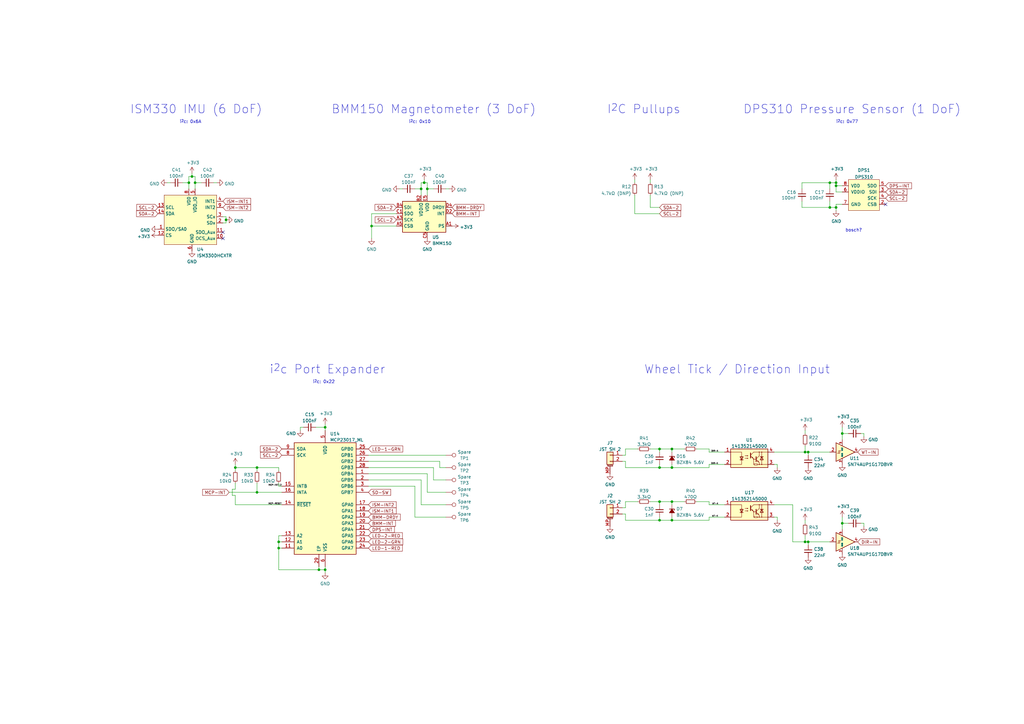
<source format=kicad_sch>
(kicad_sch (version 20211123) (generator eeschema)
  (paper "A3")
  (lib_symbols
    (symbol "Connector:TestPoint" (pin_numbers hide) (pin_names (offset 0.762) hide)
      (property "Reference" "TP" (at 0 6.858 0))
      (property "Value" "TestPoint" (at 0 5.08 0))
      (symbol "TestPoint_0_1"
        (circle (center 0 3.302) (radius 0.762))
      )
      (symbol "TestPoint_1_1"
        (pin passive line (at 0 0 90) (length 2.54) (name "1") (number "1"))
      )
    )
    (symbol "Connector_Generic_MountingPin:Conn_01x02_MountingPin" (pin_names (offset 1.016) hide)
      (property "Reference" "J" (at 0 2.54 0))
      (property "Value" "Conn_01x02_MountingPin" (at 1.27 -5.08 0))
      (symbol "Conn_01x02_MountingPin_1_1"
        (rectangle (start -1.27 -2.413) (end 0 -2.667) (stroke (width 0.1524)))
        (rectangle (start -1.27 0.127) (end 0 -0.127) (stroke (width 0.1524)))
        (rectangle (start -1.27 1.27) (end 1.27 -3.81) (stroke (width 0.254)) (fill (type background)))
        (polyline (pts (xy -1.016 -4.572) (xy 1.016 -4.572)) (stroke (width 0.1524)))
        (text "Mounting" (at 0 -4.191 0) (effects (font (size 0.381 0.381))))
        (pin passive line (at -5.08 0 0) (length 3.81) (name "Pin_1") (number "1"))
        (pin passive line (at -5.08 -2.54 0) (length 3.81) (name "Pin_2") (number "2"))
        (pin passive line (at 0 -7.62 90) (length 3.048) (name "MountPin") (number "MP"))
      )
    )
    (symbol "Device:C_Small" (pin_numbers hide) (pin_names (offset 0.254) hide)
      (property "Reference" "C" (at 0.254 1.778 0))
      (property "Value" "C_Small" (at 0.254 -2.032 0))
      (symbol "C_Small_0_1"
        (polyline (pts (xy -1.524 -0.508) (xy 1.524 -0.508)) (stroke (width 0.3302)))
        (polyline (pts (xy -1.524 0.508) (xy 1.524 0.508)) (stroke (width 0.3048)))
      )
      (symbol "C_Small_1_1"
        (pin passive line (at 0 2.54 270) (length 2.032) (name "~") (number "1"))
        (pin passive line (at 0 -2.54 90) (length 2.032) (name "~") (number "2"))
      )
    )
    (symbol "Device:R_Small" (pin_numbers hide) (pin_names (offset 0.254) hide)
      (property "Reference" "R" (at 0.762 0.508 0))
      (property "Value" "R_Small" (at 0.762 -1.016 0))
      (symbol "R_Small_0_1"
        (rectangle (start -0.762 1.778) (end 0.762 -1.778) (stroke (width 0.2032)))
      )
      (symbol "R_Small_1_1"
        (pin passive line (at 0 2.54 270) (length 0.762) (name "~") (number "1"))
        (pin passive line (at 0 -2.54 90) (length 0.762) (name "~") (number "2"))
      )
    )
    (symbol "Franz-Lib:141352145000" (pin_names (offset 1.016))
      (property "Reference" "U" (at -7.62 5.08 0))
      (property "Value" "141352145000" (at 0 5.08 0))
      (symbol "141352145000_0_0"
        (polyline (pts (xy 4.064 -2.54) (xy 3.302 -2.54)))
        (polyline (pts (xy 1.778 -0.254) (xy 1.778 -2.54) (xy 2.032 -2.54)))
        (rectangle (start 2.032 -2.286) (end 3.302 -2.794))
      )
      (symbol "141352145000_0_1"
        (rectangle (start -7.62 3.81) (end 7.62 -3.81) (stroke (width 0.254)) (fill (type background)))
        (polyline (pts (xy -3.81 -0.635) (xy -2.54 -0.635)) (stroke (width 0.254)))
        (polyline (pts (xy 0.508 1.016) (xy 1.778 -0.254)))
        (polyline (pts (xy 0.508 1.27) (xy 1.778 2.54)))
        (polyline (pts (xy 0.508 2.159) (xy 0.508 0.127)) (stroke (width 0.3556)))
        (polyline (pts (xy 1.778 2.54) (xy 7.62 2.54)))
        (polyline (pts (xy 2.794 -0.508) (xy 4.064 -1.778)))
        (polyline (pts (xy 2.794 -0.381) (xy 1.778 -0.381)))
        (polyline (pts (xy 2.794 -0.254) (xy 4.064 1.016)))
        (polyline (pts (xy 4.064 -2.54) (xy 7.62 -2.54)))
        (polyline (pts (xy 4.064 -1.778) (xy 4.064 -2.54)))
        (polyline (pts (xy 4.064 1.016) (xy 4.064 2.54)))
        (polyline (pts (xy 4.445 0.635) (xy 5.715 0.635)) (stroke (width 0.254)))
        (polyline (pts (xy 5.08 0.635) (xy 5.08 2.54)))
        (polyline (pts (xy 5.08 0.762) (xy 5.08 -2.54)))
        (polyline (pts (xy -7.62 2.54) (xy -3.175 2.54) (xy -3.175 0.635)))
        (polyline (pts (xy -3.175 0.889) (xy -3.175 -2.54) (xy -7.62 -2.54)))
        (polyline (pts (xy 2.794 0.635) (xy 2.794 -1.397) (xy 2.794 -1.397)) (stroke (width 0.3556)))
        (polyline (pts (xy -3.175 -0.635) (xy -3.81 0.635) (xy -2.54 0.635) (xy -3.175 -0.635)) (stroke (width 0.254)))
        (polyline (pts (xy 1.524 0) (xy 1.27 0.508) (xy 1.016 0.254) (xy 1.524 0)))
        (polyline (pts (xy 3.81 -1.524) (xy 3.556 -1.016) (xy 3.302 -1.27) (xy 3.81 -1.524)))
        (polyline (pts (xy 5.08 0.635) (xy 4.445 -0.635) (xy 5.715 -0.635) (xy 5.08 0.635)) (stroke (width 0.254)))
        (polyline (pts (xy -1.778 0) (xy -0.508 0) (xy -0.889 -0.127) (xy -0.889 0.127) (xy -0.508 0)))
        (polyline (pts (xy -1.778 1.016) (xy -0.508 1.016) (xy -0.889 0.889) (xy -0.889 1.143) (xy -0.508 1.016)))
        (circle (center 1.778 -0.381) (radius 0.127))
        (circle (center 4.064 -2.54) (radius 0.127))
        (circle (center 4.064 2.54) (radius 0.127))
        (circle (center 5.08 -2.54) (radius 0.127))
        (circle (center 5.08 2.54) (radius 0.127))
      )
      (symbol "141352145000_1_1"
        (pin passive line (at -10.16 2.54 0) (length 2.54) (name "~") (number "1"))
        (pin passive line (at -10.16 -2.54 0) (length 2.54) (name "~") (number "2"))
        (pin passive line (at 10.16 -2.54 180) (length 2.54) (name "~") (number "3"))
        (pin passive line (at 10.16 2.54 180) (length 2.54) (name "~") (number "4"))
      )
    )
    (symbol "Franz-Lib:DPS310" (pin_names (offset 1.016))
      (property "Reference" "DPS" (at 0 7.62 0))
      (property "Value" "DPS310" (at 0 -7.62 0))
      (symbol "DPS310_0_1"
        (rectangle (start -6.35 6.35) (end 6.35 -6.35) (fill (type background)))
      )
      (symbol "DPS310_1_1"
        (pin power_in line (at -8.89 -3.81 0) (length 2.54) hide (name "GND") (number "1"))
        (pin input line (at 8.89 -3.81 180) (length 2.54) (name "CSB") (number "2"))
        (pin input line (at 8.89 1.27 180) (length 2.54) (name "SDI") (number "3"))
        (pin input line (at 8.89 -1.27 180) (length 2.54) (name "SCK") (number "4"))
        (pin output line (at 8.89 3.81 180) (length 2.54) (name "SDO") (number "5"))
        (pin power_in line (at -8.89 1.27 0) (length 2.54) (name "VDDIO") (number "6"))
        (pin power_in line (at -8.89 -3.81 0) (length 2.54) (name "GND") (number "7"))
        (pin power_in line (at -8.89 3.81 0) (length 2.54) (name "VDD") (number "8"))
      )
    )
    (symbol "Franz-Lib:D_Zener_Small_Filled_SOT23" (pin_numbers hide) (pin_names (offset 0.254) hide)
      (property "Reference" "D" (at 0 2.286 0))
      (property "Value" "D_Zener_Small_Filled_SOT23" (at 0 -2.286 0))
      (symbol "D_Zener_Small_Filled_SOT23_0_1"
        (polyline (pts (xy 0.762 0) (xy -0.762 0)))
        (polyline (pts (xy -0.254 1.016) (xy -0.762 1.016) (xy -0.762 -1.016)) (stroke (width 0.254)))
        (polyline (pts (xy 0.762 1.016) (xy -0.762 0) (xy 0.762 -1.016) (xy 0.762 1.016)) (stroke (width 0.254)) (fill (type outline)))
      )
      (symbol "D_Zener_Small_Filled_SOT23_1_1"
        (pin passive line (at 2.54 0 180) (length 1.778) (name "A") (number "1"))
        (pin no_connect line (at -1.27 0 0) (length 1.778) hide (name "NC") (number "2"))
        (pin passive line (at -2.54 0 0) (length 1.778) (name "K") (number "3"))
      )
    )
    (symbol "Franz-Lib:ISM330DHCXTR"
      (property "Reference" "U" (at 0 17.78 0))
      (property "Value" "ISM330DHCXTR" (at 0 15.24 0))
      (symbol "ISM330DHCXTR_0_1"
        (rectangle (start -11.43 10.16) (end 10.16 -10.16) (stroke (width 0.1524)) (fill (type background)))
      )
      (symbol "ISM330DHCXTR_1_1"
        (pin input line (at -13.97 -3.81 0) (length 2.54) (name "SDO/SA0") (number "1"))
        (pin input line (at 12.7 -7.62 180) (length 2.54) (name "OCS_Aux") (number "10"))
        (pin input line (at 12.7 -5.08 180) (length 2.54) (name "SDO_Aux") (number "11"))
        (pin input line (at -13.97 -6.35 0) (length 2.54) (name "CS") (number "12"))
        (pin input line (at -13.97 5.08 0) (length 2.54) (name "SCL") (number "13"))
        (pin input line (at -13.97 2.54 0) (length 2.54) (name "SDA") (number "14"))
        (pin input line (at 12.7 -1.27 180) (length 2.54) (name "SDx") (number "2"))
        (pin input line (at 12.7 1.27 180) (length 2.54) (name "SCx") (number "3"))
        (pin input line (at 12.7 7.62 180) (length 2.54) (name "INT1") (number "4"))
        (pin input line (at 1.27 12.7 270) (length 2.54) (name "VDD_IO") (number "5"))
        (pin input line (at 0 -12.7 90) (length 2.54) (name "GND") (number "6"))
        (pin input line (at 0 -12.7 90) (length 2.54) hide (name "GND") (number "7"))
        (pin input line (at -1.27 12.7 270) (length 2.54) (name "VDD") (number "8"))
        (pin input line (at 12.7 5.08 180) (length 2.54) (name "INT2") (number "9"))
      )
    )
    (symbol "Franz-Lib:SN74AUP1G17DBVR"
      (property "Reference" "U" (at -2.54 5.08 0))
      (property "Value" "SN74AUP1G17DBVR" (at 10.16 5.08 0))
      (symbol "SN74AUP1G17DBVR_0_1"
        (polyline (pts (xy -1.016 0.508) (xy -0.508 0.508)))
        (polyline (pts (xy -2.54 3.81) (xy -2.54 -3.81) (xy 5.207 0) (xy -2.54 3.81)) (stroke (width 0.254)) (fill (type background)))
        (polyline (pts (xy -1.524 -0.508) (xy -1.524 0.508) (xy -1.016 0.508) (xy -1.016 -0.508) (xy -2.032 -0.508)))
      )
      (symbol "SN74AUP1G17DBVR_1_1"
        (pin no_connect line (at 5.08 0 180) (length 2.54) hide (name "NC") (number "1"))
        (pin input line (at -5.08 0 0) (length 2.54) (name "~") (number "2"))
        (pin power_in line (at 0 -5.08 90) (length 2.54) (name "GND") (number "3"))
        (pin output line (at 6.35 0 180) (length 1.27) (name "~") (number "4"))
        (pin power_in line (at 0 5.08 270) (length 2.54) (name "VCC") (number "5"))
      )
    )
    (symbol "Interface_Expansion:MCP23017_ML" (pin_names (offset 1.016))
      (property "Reference" "U" (at -11.43 24.13 0))
      (property "Value" "MCP23017_ML" (at 0 0 0))
      (symbol "MCP23017_ML_0_1"
        (rectangle (start -12.7 22.86) (end 12.7 -22.86) (stroke (width 0.254)) (fill (type background)))
      )
      (symbol "MCP23017_ML_1_1"
        (pin bidirectional line (at 17.78 10.16 180) (length 5.08) (name "GPB4") (number "1"))
        (pin no_connect line (at -12.7 12.7 0) (length 5.08) hide (name "NC") (number "10"))
        (pin input line (at -17.78 -20.32 0) (length 5.08) (name "A0") (number "11"))
        (pin input line (at -17.78 -17.78 0) (length 5.08) (name "A1") (number "12"))
        (pin input line (at -17.78 -15.24 0) (length 5.08) (name "A2") (number "13"))
        (pin input line (at -17.78 -2.54 0) (length 5.08) (name "~{RESET}") (number "14"))
        (pin tri_state line (at -17.78 5.08 0) (length 5.08) (name "INTB") (number "15"))
        (pin tri_state line (at -17.78 2.54 0) (length 5.08) (name "INTA") (number "16"))
        (pin bidirectional line (at 17.78 -2.54 180) (length 5.08) (name "GPA0") (number "17"))
        (pin bidirectional line (at 17.78 -5.08 180) (length 5.08) (name "GPA1") (number "18"))
        (pin bidirectional line (at 17.78 -7.62 180) (length 5.08) (name "GPA2") (number "19"))
        (pin bidirectional line (at 17.78 7.62 180) (length 5.08) (name "GPB5") (number "2"))
        (pin bidirectional line (at 17.78 -10.16 180) (length 5.08) (name "GPA3") (number "20"))
        (pin bidirectional line (at 17.78 -12.7 180) (length 5.08) (name "GPA4") (number "21"))
        (pin bidirectional line (at 17.78 -15.24 180) (length 5.08) (name "GPA5") (number "22"))
        (pin bidirectional line (at 17.78 -17.78 180) (length 5.08) (name "GPA6") (number "23"))
        (pin bidirectional line (at 17.78 -20.32 180) (length 5.08) (name "GPA7") (number "24"))
        (pin bidirectional line (at 17.78 20.32 180) (length 5.08) (name "GPB0") (number "25"))
        (pin bidirectional line (at 17.78 17.78 180) (length 5.08) (name "GPB1") (number "26"))
        (pin bidirectional line (at 17.78 15.24 180) (length 5.08) (name "GPB2") (number "27"))
        (pin bidirectional line (at 17.78 12.7 180) (length 5.08) (name "GPB3") (number "28"))
        (pin passive line (at -2.54 -27.94 90) (length 5.08) (name "EP") (number "29"))
        (pin bidirectional line (at 17.78 5.08 180) (length 5.08) (name "GPB6") (number "3"))
        (pin bidirectional line (at 17.78 2.54 180) (length 5.08) (name "GPB7") (number "4"))
        (pin power_in line (at 0 27.94 270) (length 5.08) (name "VDD") (number "5"))
        (pin power_in line (at 0 -27.94 90) (length 5.08) (name "VSS") (number "6"))
        (pin no_connect line (at -12.7 15.24 0) (length 5.08) hide (name "NC") (number "7"))
        (pin input line (at -17.78 17.78 0) (length 5.08) (name "SCK") (number "8"))
        (pin bidirectional line (at -17.78 20.32 0) (length 5.08) (name "SDA") (number "9"))
      )
    )
    (symbol "Sensor_Magnetic:BMM150"
      (property "Reference" "U" (at -10.16 6.35 0))
      (property "Value" "BMM150" (at 7.62 6.35 0))
      (symbol "BMM150_0_1"
        (rectangle (start -10.16 5.08) (end 7.62 -7.62) (stroke (width 0.254)) (fill (type background)))
      )
      (symbol "BMM150_1_1"
        (pin input line (at 10.16 -5.08 180) (length 2.54) (name "PS") (number "A1"))
        (pin bidirectional line (at -12.7 -2.54 0) (length 2.54) (name "SCK") (number "A3"))
        (pin input line (at -12.7 -5.08 0) (length 2.54) (name "CSB") (number "A5"))
        (pin power_in line (at -2.54 7.62 270) (length 2.54) (name "VDDIO") (number "B2"))
        (pin bidirectional line (at -12.7 2.54 0) (length 2.54) (name "SDI") (number "B4"))
        (pin bidirectional line (at -12.7 0 0) (length 2.54) (name "SDO") (number "C1"))
        (pin power_in line (at 0 -10.16 90) (length 2.54) (name "GND") (number "C5"))
        (pin output line (at 10.16 0 180) (length 2.54) (name "INT") (number "D2"))
        (pin output line (at 10.16 2.54 180) (length 2.54) (name "DRDY") (number "D4"))
        (pin passive line (at 0 -10.16 90) (length 2.54) hide (name "GND") (number "E1"))
        (pin passive line (at 0 -10.16 90) (length 2.54) hide (name "GND") (number "E3"))
        (pin power_in line (at 0 7.62 270) (length 2.54) (name "VDD") (number "E5"))
      )
    )
    (symbol "power:+3.3V" (power) (pin_names (offset 0))
      (property "Value" "+3.3V" (at 0 3.556 0))
      (symbol "+3.3V_0_1"
        (polyline (pts (xy -0.762 1.27) (xy 0 2.54)))
        (polyline (pts (xy 0 0) (xy 0 2.54)))
        (polyline (pts (xy 0 2.54) (xy 0.762 1.27)))
      )
      (symbol "+3.3V_1_1"
        (pin power_in line (at 0 0 90) (length 0) hide (name "+3V3") (number "1"))
      )
    )
    (symbol "power:GND" (power) (pin_names (offset 0))
      (property "Value" "GND" (at 0 -3.81 0))
      (symbol "GND_0_1"
        (polyline (pts (xy 0 0) (xy 0 -1.27) (xy 1.27 -1.27) (xy 0 -2.54) (xy -1.27 -1.27) (xy 0 -1.27)))
      )
      (symbol "GND_1_1"
        (pin power_in line (at 0 0 270) (length 0) hide (name "GND") (number "1"))
      )
    )
  )
  (junction (at 275.59 191.77))
  (junction (at 114.3 224.79))
  (junction (at 330.2 222.25))
  (junction (at 340.36 85.09))
  (junction (at 133.35 233.68))
  (junction (at 133.35 175.26))
  (junction (at 342.9 85.09))
  (junction (at 175.26 77.47))
  (junction (at 270.51 213.36))
  (junction (at 330.2 185.42))
  (junction (at 270.51 191.77))
  (junction (at 130.81 233.68))
  (junction (at 342.9 74.93))
  (junction (at 331.47 185.42))
  (junction (at 152.4 92.71))
  (junction (at 105.41 191.77))
  (junction (at 275.59 184.15))
  (junction (at 331.47 222.25))
  (junction (at 78.74 72.39))
  (junction (at 275.59 205.74))
  (junction (at 77.47 74.93))
  (junction (at 342.9 76.2))
  (junction (at 172.72 77.47))
  (junction (at 270.51 184.15))
  (junction (at 275.59 213.36))
  (junction (at 345.44 214.63))
  (junction (at 92.71 90.17))
  (junction (at 96.52 191.77))
  (junction (at 270.51 205.74))
  (junction (at 105.41 201.93))
  (junction (at 114.3 222.25))
  (junction (at 173.99 74.93))
  (junction (at 80.01 74.93))
  (junction (at 345.44 177.8))
  (junction (at 340.36 74.93))
  (no_connect (at 363.22 83.82))
  (no_connect (at 91.44 97.79))
  (no_connect (at 91.44 95.25))
  (wire (pts (xy 256.54 186.69) (xy 255.27 186.69)))
  (wire (pts (xy 255.27 189.23) (xy 256.54 189.23)))
  (wire (pts (xy 172.72 207.01) (xy 182.88 207.01)))
  (wire (pts (xy 114.3 191.77) (xy 114.3 193.04)))
  (wire (pts (xy 342.9 74.93) (xy 342.9 73.66)))
  (wire (pts (xy 328.93 85.09) (xy 340.36 85.09)))
  (wire (pts (xy 96.52 198.12) (xy 96.52 200.66)))
  (wire (pts (xy 152.4 92.71) (xy 162.56 92.71)))
  (wire (pts (xy 175.26 201.93) (xy 182.88 201.93)))
  (wire (pts (xy 151.13 196.85) (xy 172.72 196.85)))
  (wire (pts (xy 275.59 205.74) (xy 275.59 207.01)))
  (wire (pts (xy 173.99 74.93) (xy 175.26 74.93)))
  (wire (pts (xy 256.54 205.74) (xy 256.54 208.28)))
  (wire (pts (xy 172.72 77.47) (xy 170.18 77.47)))
  (wire (pts (xy 260.35 87.63) (xy 270.51 87.63)))
  (wire (pts (xy 345.44 78.74) (xy 342.9 78.74)))
  (wire (pts (xy 78.74 71.12) (xy 78.74 72.39)))
  (wire (pts (xy 270.51 205.74) (xy 275.59 205.74)))
  (wire (pts (xy 340.36 74.93) (xy 340.36 77.47)))
  (wire (pts (xy 177.8 196.85) (xy 177.8 191.77)))
  (wire (pts (xy 182.88 196.85) (xy 177.8 196.85)))
  (wire (pts (xy 270.51 191.77) (xy 275.59 191.77)))
  (wire (pts (xy 266.7 80.01) (xy 266.7 85.09)))
  (wire (pts (xy 173.99 73.66) (xy 173.99 74.93)))
  (wire (pts (xy 270.51 205.74) (xy 270.51 207.01)))
  (wire (pts (xy 290.83 207.01) (xy 290.83 205.74)))
  (wire (pts (xy 105.41 191.77) (xy 114.3 191.77)))
  (wire (pts (xy 151.13 186.69) (xy 182.88 186.69)))
  (wire (pts (xy 330.2 213.36) (xy 330.2 214.63)))
  (wire (pts (xy 270.51 212.09) (xy 270.51 213.36)))
  (wire (pts (xy 331.47 222.25) (xy 340.36 222.25)))
  (wire (pts (xy 340.36 74.93) (xy 328.93 74.93)))
  (wire (pts (xy 114.3 199.39) (xy 114.3 198.12)))
  (wire (pts (xy 182.88 212.09) (xy 170.18 212.09)))
  (wire (pts (xy 172.72 77.47) (xy 172.72 80.01)))
  (wire (pts (xy 123.19 176.53) (xy 123.19 175.26)))
  (wire (pts (xy 275.59 191.77) (xy 275.59 190.5)))
  (wire (pts (xy 77.47 74.93) (xy 77.47 77.47)))
  (wire (pts (xy 342.9 78.74) (xy 342.9 76.2)))
  (wire (pts (xy 342.9 83.82) (xy 345.44 83.82)))
  (wire (pts (xy 318.77 191.77) (xy 318.77 190.5)))
  (wire (pts (xy 325.12 207.01) (xy 325.12 222.25)))
  (wire (pts (xy 318.77 190.5) (xy 317.5 190.5)))
  (wire (pts (xy 256.54 205.74) (xy 261.62 205.74)))
  (wire (pts (xy 114.3 222.25) (xy 114.3 224.79)))
  (wire (pts (xy 256.54 208.28) (xy 255.27 208.28)))
  (wire (pts (xy 345.44 175.26) (xy 345.44 177.8)))
  (wire (pts (xy 266.7 184.15) (xy 270.51 184.15)))
  (wire (pts (xy 69.85 74.93) (xy 68.58 74.93)))
  (wire (pts (xy 354.33 215.9) (xy 354.33 214.63)))
  (wire (pts (xy 256.54 210.82) (xy 256.54 213.36)))
  (wire (pts (xy 92.71 90.17) (xy 92.71 91.44)))
  (wire (pts (xy 170.18 212.09) (xy 170.18 199.39)))
  (wire (pts (xy 342.9 86.36) (xy 342.9 85.09)))
  (wire (pts (xy 96.52 190.5) (xy 96.52 191.77)))
  (wire (pts (xy 270.51 184.15) (xy 270.51 185.42)))
  (wire (pts (xy 330.2 185.42) (xy 331.47 185.42)))
  (wire (pts (xy 133.35 233.68) (xy 130.81 233.68)))
  (wire (pts (xy 175.26 77.47) (xy 177.8 77.47)))
  (wire (pts (xy 80.01 72.39) (xy 80.01 74.93)))
  (wire (pts (xy 93.98 201.93) (xy 105.41 201.93)))
  (wire (pts (xy 266.7 85.09) (xy 270.51 85.09)))
  (wire (pts (xy 175.26 77.47) (xy 175.26 80.01)))
  (wire (pts (xy 290.83 185.42) (xy 297.18 185.42)))
  (wire (pts (xy 114.3 219.71) (xy 114.3 222.25)))
  (wire (pts (xy 290.83 190.5) (xy 297.18 190.5)))
  (wire (pts (xy 172.72 74.93) (xy 172.72 77.47)))
  (wire (pts (xy 317.5 185.42) (xy 330.2 185.42)))
  (wire (pts (xy 92.71 91.44) (xy 91.44 91.44)))
  (wire (pts (xy 114.3 224.79) (xy 115.57 224.79)))
  (wire (pts (xy 133.35 234.95) (xy 133.35 233.68)))
  (wire (pts (xy 96.52 191.77) (xy 96.52 193.04)))
  (wire (pts (xy 152.4 92.71) (xy 152.4 87.63)))
  (wire (pts (xy 133.35 173.99) (xy 133.35 175.26)))
  (wire (pts (xy 275.59 191.77) (xy 290.83 191.77)))
  (wire (pts (xy 96.52 191.77) (xy 105.41 191.77)))
  (wire (pts (xy 345.44 177.8) (xy 347.98 177.8)))
  (wire (pts (xy 151.13 194.31) (xy 175.26 194.31)))
  (wire (pts (xy 95.25 203.2) (xy 96.52 203.2)))
  (wire (pts (xy 77.47 72.39) (xy 77.47 74.93)))
  (wire (pts (xy 330.2 176.53) (xy 330.2 177.8)))
  (wire (pts (xy 345.44 177.8) (xy 345.44 180.34)))
  (wire (pts (xy 151.13 189.23) (xy 180.34 189.23)))
  (wire (pts (xy 275.59 213.36) (xy 290.83 213.36)))
  (wire (pts (xy 91.44 88.9) (xy 92.71 88.9)))
  (wire (pts (xy 318.77 213.36) (xy 318.77 212.09)))
  (wire (pts (xy 114.3 233.68) (xy 114.3 224.79)))
  (wire (pts (xy 105.41 198.12) (xy 105.41 201.93)))
  (wire (pts (xy 256.54 213.36) (xy 270.51 213.36)))
  (wire (pts (xy 325.12 222.25) (xy 330.2 222.25)))
  (wire (pts (xy 80.01 74.93) (xy 80.01 77.47)))
  (wire (pts (xy 270.51 184.15) (xy 275.59 184.15)))
  (wire (pts (xy 78.74 72.39) (xy 77.47 72.39)))
  (wire (pts (xy 123.19 175.26) (xy 124.46 175.26)))
  (wire (pts (xy 342.9 74.93) (xy 340.36 74.93)))
  (wire (pts (xy 96.52 207.01) (xy 115.57 207.01)))
  (wire (pts (xy 290.83 212.09) (xy 297.18 212.09)))
  (wire (pts (xy 328.93 74.93) (xy 328.93 77.47)))
  (wire (pts (xy 331.47 185.42) (xy 340.36 185.42)))
  (wire (pts (xy 175.26 194.31) (xy 175.26 201.93)))
  (wire (pts (xy 80.01 74.93) (xy 82.55 74.93)))
  (wire (pts (xy 173.99 74.93) (xy 172.72 74.93)))
  (wire (pts (xy 345.44 214.63) (xy 345.44 217.17)))
  (wire (pts (xy 290.83 213.36) (xy 290.83 212.09)))
  (wire (pts (xy 77.47 74.93) (xy 74.93 74.93)))
  (wire (pts (xy 133.35 175.26) (xy 133.35 176.53)))
  (wire (pts (xy 115.57 199.39) (xy 114.3 199.39)))
  (wire (pts (xy 130.81 233.68) (xy 114.3 233.68)))
  (wire (pts (xy 275.59 213.36) (xy 275.59 212.09)))
  (wire (pts (xy 152.4 87.63) (xy 162.56 87.63)))
  (wire (pts (xy 133.35 233.68) (xy 133.35 232.41)))
  (wire (pts (xy 87.63 74.93) (xy 88.9 74.93)))
  (wire (pts (xy 340.36 85.09) (xy 342.9 85.09)))
  (wire (pts (xy 170.18 199.39) (xy 151.13 199.39)))
  (wire (pts (xy 130.81 233.68) (xy 130.81 232.41)))
  (wire (pts (xy 345.44 76.2) (xy 342.9 76.2)))
  (wire (pts (xy 180.34 189.23) (xy 180.34 191.77)))
  (wire (pts (xy 330.2 222.25) (xy 331.47 222.25)))
  (wire (pts (xy 270.51 190.5) (xy 270.51 191.77)))
  (wire (pts (xy 182.88 77.47) (xy 184.15 77.47)))
  (wire (pts (xy 285.75 184.15) (xy 290.83 184.15)))
  (wire (pts (xy 345.44 212.09) (xy 345.44 214.63)))
  (wire (pts (xy 354.33 214.63) (xy 353.06 214.63)))
  (wire (pts (xy 256.54 184.15) (xy 256.54 186.69)))
  (wire (pts (xy 318.77 212.09) (xy 317.5 212.09)))
  (wire (pts (xy 115.57 219.71) (xy 114.3 219.71)))
  (wire (pts (xy 285.75 205.74) (xy 290.83 205.74)))
  (wire (pts (xy 151.13 191.77) (xy 177.8 191.77)))
  (wire (pts (xy 175.26 74.93) (xy 175.26 77.47)))
  (wire (pts (xy 266.7 73.66) (xy 266.7 74.93)))
  (wire (pts (xy 260.35 80.01) (xy 260.35 87.63)))
  (wire (pts (xy 354.33 179.07) (xy 354.33 177.8)))
  (wire (pts (xy 96.52 203.2) (xy 96.52 207.01)))
  (wire (pts (xy 256.54 189.23) (xy 256.54 191.77)))
  (wire (pts (xy 96.52 200.66) (xy 95.25 200.66)))
  (wire (pts (xy 342.9 76.2) (xy 342.9 74.93)))
  (wire (pts (xy 290.83 191.77) (xy 290.83 190.5)))
  (wire (pts (xy 317.5 207.01) (xy 325.12 207.01)))
  (wire (pts (xy 260.35 73.66) (xy 260.35 74.93)))
  (wire (pts (xy 256.54 184.15) (xy 261.62 184.15)))
  (wire (pts (xy 331.47 222.25) (xy 331.47 223.52)))
  (wire (pts (xy 275.59 184.15) (xy 280.67 184.15)))
  (wire (pts (xy 266.7 205.74) (xy 270.51 205.74)))
  (wire (pts (xy 290.83 185.42) (xy 290.83 184.15)))
  (wire (pts (xy 330.2 182.88) (xy 330.2 185.42)))
  (wire (pts (xy 114.3 222.25) (xy 115.57 222.25)))
  (wire (pts (xy 331.47 185.42) (xy 331.47 186.69)))
  (wire (pts (xy 92.71 88.9) (xy 92.71 90.17)))
  (wire (pts (xy 328.93 82.55) (xy 328.93 85.09)))
  (wire (pts (xy 152.4 97.79) (xy 152.4 92.71)))
  (wire (pts (xy 290.83 207.01) (xy 297.18 207.01)))
  (wire (pts (xy 129.54 175.26) (xy 133.35 175.26)))
  (wire (pts (xy 354.33 177.8) (xy 353.06 177.8)))
  (wire (pts (xy 330.2 219.71) (xy 330.2 222.25)))
  (wire (pts (xy 270.51 213.36) (xy 275.59 213.36)))
  (wire (pts (xy 105.41 201.93) (xy 115.57 201.93)))
  (wire (pts (xy 256.54 191.77) (xy 270.51 191.77)))
  (wire (pts (xy 78.74 72.39) (xy 80.01 72.39)))
  (wire (pts (xy 105.41 191.77) (xy 105.41 193.04)))
  (wire (pts (xy 255.27 210.82) (xy 256.54 210.82)))
  (wire (pts (xy 340.36 82.55) (xy 340.36 85.09)))
  (wire (pts (xy 275.59 184.15) (xy 275.59 185.42)))
  (wire (pts (xy 275.59 205.74) (xy 280.67 205.74)))
  (wire (pts (xy 165.1 77.47) (xy 163.83 77.47)))
  (wire (pts (xy 345.44 214.63) (xy 347.98 214.63)))
  (wire (pts (xy 180.34 191.77) (xy 182.88 191.77)))
  (wire (pts (xy 342.9 85.09) (xy 342.9 83.82)))
  (wire (pts (xy 172.72 196.85) (xy 172.72 207.01)))
  (wire (pts (xy 95.25 200.66) (xy 95.25 203.2)))
  (text "ISM330 IMU (6 DoF)" (at 53.34 46.99 0) (effects (font (size 3.5052 3.5052)) (justify left bottom)))
  (text "i^{2}c: 0x10" (at 167.64 50.8 0) (effects (font (size 1.27 1.27)) (justify left bottom)))
  (text "i^{2}c: 0x77" (at 342.9 50.8 0) (effects (font (size 1.27 1.27)) (justify left bottom)))
  (text "i^{2}c: 0x6A" (at 73.66 50.8 0) (effects (font (size 1.27 1.27)) (justify left bottom)))
  (text "i^{2}c Port Expander" (at 110.49 153.67 0) (effects (font (size 3.5052 3.5052)) (justify left bottom)))
  (text "DPS310 Pressure Sensor (1 DoF)" (at 304.8 46.99 0) (effects (font (size 3.5052 3.5052)) (justify left bottom)))
  (text "I^{2}C Pullups" (at 248.92 46.99 0) (effects (font (size 3.5052 3.5052)) (justify left bottom)))
  (text "i^{2}c: 0x22" (at 128.27 157.48 0) (effects (font (size 1.27 1.27)) (justify left bottom)))
  (text "Wheel Tick / Direction Input" (at 264.16 153.67 0) (effects (font (size 3.5052 3.5052)) (justify left bottom)))
  (text "BMM150 Magnetometer (3 DoF)" (at 135.89 46.99 0) (effects (font (size 3.5052 3.5052)) (justify left bottom)))
  (text "bosch?" (at 346.71 95.25 0) (effects (font (size 1.27 1.27)) (justify left bottom)))
  (label "DIR-K" (at 294.64 190.5 180) (effects (font (size 0.6 0.6))))
  (label "WT-K" (at 294.64 212.09 180) (effects (font (size 0.6 0.6))))
  (label "MCP-INT-2" (at 115.57 199.39 180) (effects (font (size 0.6 0.6))))
  (label "MCP-RESET" (at 115.57 207.01 180) (effects (font (size 0.6 0.6))))
  (label "DIR-A" (at 294.64 185.42 180) (effects (font (size 0.6 0.6))))
  (label "WT-A" (at 294.64 207.01 180) (effects (font (size 0.6 0.6))))
  (global_label "LED-1-GRN" (shape input) (at 151.13 184.15 0) (property "Intersheet References" "${INTERSHEET_REFS}" (effects hide)))
  (global_label "ISM-INT2" (shape input) (at 91.44 85.09 0) (property "Intersheet References" "${INTERSHEET_REFS}" (effects hide)))
  (global_label "SCL-2" (shape input) (at 162.56 90.17 180) (property "Intersheet References" "${INTERSHEET_REFS}" (effects hide)))
  (global_label "BMM-INT" (shape input) (at 185.42 87.63 0) (property "Intersheet References" "${INTERSHEET_REFS}" (effects hide)))
  (global_label "BMM-DRDY" (shape input) (at 185.42 85.09 0) (property "Intersheet References" "${INTERSHEET_REFS}" (effects hide)))
  (global_label "DPS-INT" (shape input) (at 151.13 217.17 0) (property "Intersheet References" "${INTERSHEET_REFS}" (effects hide)))
  (global_label "SCL-2" (shape input) (at 64.77 85.09 180) (property "Intersheet References" "${INTERSHEET_REFS}" (effects hide)))
  (global_label "SCL-2" (shape input) (at 363.22 81.28 0) (property "Intersheet References" "${INTERSHEET_REFS}" (effects hide)))
  (global_label "SCL-2" (shape input) (at 115.57 186.69 180) (property "Intersheet References" "${INTERSHEET_REFS}" (effects hide)))
  (global_label "ISM-INT1" (shape input) (at 151.13 209.55 0) (property "Intersheet References" "${INTERSHEET_REFS}" (effects hide)))
  (global_label "LED-2-RED" (shape input) (at 151.13 219.71 0) (property "Intersheet References" "${INTERSHEET_REFS}" (effects hide)))
  (global_label "SDA-2" (shape input) (at 162.56 85.09 180) (property "Intersheet References" "${INTERSHEET_REFS}" (effects hide)))
  (global_label "DPS-INT" (shape input) (at 363.22 76.2 0) (property "Intersheet References" "${INTERSHEET_REFS}" (effects hide)))
  (global_label "BMM-INT" (shape input) (at 151.13 214.63 0) (property "Intersheet References" "${INTERSHEET_REFS}" (effects hide)))
  (global_label "ISM-INT1" (shape input) (at 91.44 82.55 0) (property "Intersheet References" "${INTERSHEET_REFS}" (effects hide)))
  (global_label "SCL-2" (shape input) (at 270.51 87.63 0) (property "Intersheet References" "${INTERSHEET_REFS}" (effects hide)))
  (global_label "MCP-INT" (shape input) (at 93.98 201.93 180) (property "Intersheet References" "${INTERSHEET_REFS}" (effects hide)))
  (global_label "SDA-2" (shape input) (at 270.51 85.09 0) (property "Intersheet References" "${INTERSHEET_REFS}" (effects hide)))
  (global_label "SD-SW" (shape input) (at 151.13 201.93 0) (property "Intersheet References" "${INTERSHEET_REFS}" (effects hide)))
  (global_label "WT-IN" (shape input) (at 351.79 185.42 0) (property "Intersheet References" "${INTERSHEET_REFS}" (effects hide)))
  (global_label "LED-2-GRN" (shape input) (at 151.13 222.25 0) (property "Intersheet References" "${INTERSHEET_REFS}" (effects hide)))
  (global_label "LED-1-RED" (shape input) (at 151.13 224.79 0) (property "Intersheet References" "${INTERSHEET_REFS}" (effects hide)))
  (global_label "SDA-2" (shape input) (at 115.57 184.15 180) (property "Intersheet References" "${INTERSHEET_REFS}" (effects hide)))
  (global_label "SDA-2" (shape input) (at 64.77 87.63 180) (property "Intersheet References" "${INTERSHEET_REFS}" (effects hide)))
  (global_label "ISM-INT2" (shape input) (at 151.13 207.01 0) (property "Intersheet References" "${INTERSHEET_REFS}" (effects hide)))
  (global_label "SDA-2" (shape input) (at 363.22 78.74 0) (property "Intersheet References" "${INTERSHEET_REFS}" (effects hide)))
  (global_label "BMM-DRDY" (shape input) (at 151.13 212.09 0) (property "Intersheet References" "${INTERSHEET_REFS}" (effects hide)))
  (global_label "DIR-IN" (shape input) (at 351.79 222.25 0) (property "Intersheet References" "${INTERSHEET_REFS}" (effects hide)))
  (symbol (lib_id "Franz-Lib:SN74AUP1G17DBVR") (at 345.44 222.25 0) (unit 1)
    (property "Reference" "U18" (at 350.52 224.79 0))
    (property "Value" "SN74AUP1G17DBVR" (at 356.87 227.33 0))
    (property "Footprint" "Franz-Lib:SOT-23-5_NoSilk" (effects hide))
    (property "Datasheet" "https://www.ti.com/cn/lit/ds/symlink/sn74aup1g17.pdf?ts=1645385599616" (effects hide))
  )
  (symbol (lib_id "Device:R_Small") (at 264.16 205.74 90) (unit 1)
    (property "Reference" "R39" (at 264.16 201.3036 90))
    (property "Value" "3.3kΩ" (at 264.16 203.8405 90))
    (property "Footprint" "Franz-Lib:R_0603_1608Metric_NoSilk" (effects hide))
  )
  (symbol (lib_id "Franz-Lib:D_Zener_Small_Filled_SOT23") (at 275.59 187.96 270) (unit 1)
    (property "Reference" "D16" (at 277.368 187.1253 90) (effects (justify left)))
    (property "Value" "BZX84 5.6V" (at 277.368 189.6622 90) (effects (justify left)))
    (property "Footprint" "Franz-Lib:SOT-23_NoSilk" (effects hide))
  )
  (symbol (lib_id "Connector:TestPoint") (at 182.88 212.09 270) (unit 1)
    (property "Reference" "TP6" (at 190.5 213.36 90))
    (property "Value" "Spare" (at 190.5 210.82 90))
    (property "Footprint" "Franz-Lib:TestPoint_Pad_D1.0mm_NoSIlk" (effects hide))
  )
  (symbol (lib_id "power:GND") (at 78.74 102.87 0) (unit 1)
    (property "Reference" "#PWR0205" (effects hide))
    (property "Value" "GND" (at 78.74 107.3134 0))
  )
  (symbol (lib_id "power:GND") (at 250.19 194.31 0) (unit 1)
    (property "Reference" "#PWR0202" (effects hide))
    (property "Value" "GND" (at 250.19 198.7534 0))
  )
  (symbol (lib_id "Device:C_Small") (at 340.36 80.01 0) (mirror y) (unit 1)
    (property "Reference" "C17" (at 338.0232 78.8416 0) (effects (justify left)))
    (property "Value" "100nF" (at 338.0232 81.153 0) (effects (justify left)))
    (property "Footprint" "Franz-Lib:C_0402_1005Metric_NoSilk" (effects hide))
  )
  (symbol (lib_id "Device:R_Small") (at 330.2 180.34 0) (unit 1)
    (property "Reference" "R22" (at 331.6986 179.5053 0) (effects (justify left)))
    (property "Value" "910Ω" (at 331.6986 182.0422 0) (effects (justify left)))
    (property "Footprint" "Franz-Lib:R_0402_1005Metric_NoSilk" (effects hide))
  )
  (symbol (lib_id "Device:R_Small") (at 114.3 195.58 0) (mirror x) (unit 1)
    (property "Reference" "R34" (at 112.8014 194.7453 0) (effects (justify right)))
    (property "Value" "10kΩ" (at 112.8014 197.2822 0) (effects (justify right)))
    (property "Footprint" "Franz-Lib:R_0402_1005Metric_NoSilk" (effects hide))
  )
  (symbol (lib_id "power:+3.3V") (at 266.7 73.66 0) (unit 1)
    (property "Reference" "#PWR0124" (effects hide))
    (property "Value" "+3.3V" (at 267.081 69.2658 0))
  )
  (symbol (lib_id "Connector:TestPoint") (at 182.88 201.93 270) (unit 1)
    (property "Reference" "TP4" (at 190.5 203.2 90))
    (property "Value" "Spare" (at 190.5 200.66 90))
    (property "Footprint" "Franz-Lib:TestPoint_Pad_D1.0mm_NoSIlk" (effects hide))
  )
  (symbol (lib_id "power:GND") (at 163.83 77.47 270) (mirror x) (unit 1)
    (property "Reference" "#PWR0204" (effects hide))
    (property "Value" "GND" (at 160.655 77.9038 90) (effects (justify right)))
  )
  (symbol (lib_id "power:GND") (at 88.9 74.93 90) (unit 1)
    (property "Reference" "#PWR0214" (effects hide))
    (property "Value" "GND" (at 92.075 75.3638 90) (effects (justify right)))
  )
  (symbol (lib_id "power:GND") (at 342.9 86.36 0) (unit 1)
    (property "Reference" "#PWR0174" (effects hide))
    (property "Value" "GND" (at 343.027 90.7542 0))
  )
  (symbol (lib_id "Device:C_Small") (at 350.52 177.8 270) (unit 1)
    (property "Reference" "C35" (at 350.5136 172.5381 90))
    (property "Value" "100nF" (at 350.5136 175.075 90))
    (property "Footprint" "Franz-Lib:C_0402_1005Metric_NoSilk" (effects hide))
  )
  (symbol (lib_id "power:GND") (at 250.19 215.9 0) (unit 1)
    (property "Reference" "#PWR0199" (effects hide))
    (property "Value" "GND" (at 250.19 220.3434 0))
  )
  (symbol (lib_id "Device:C_Small") (at 270.51 187.96 0) (mirror x) (unit 1)
    (property "Reference" "C36" (at 268.1859 187.1189 0) (effects (justify right)))
    (property "Value" "1nF" (at 268.1859 189.6558 0) (effects (justify right)))
    (property "Footprint" "Franz-Lib:C_0402_1005Metric_NoSilk" (effects hide))
  )
  (symbol (lib_id "power:+3.3V") (at 96.52 190.5 0) (unit 1)
    (property "Reference" "#PWR0116" (effects hide))
    (property "Value" "+3.3V" (at 96.901 186.1058 0))
  )
  (symbol (lib_id "Connector:TestPoint") (at 182.88 196.85 270) (unit 1)
    (property "Reference" "TP3" (at 190.5 198.12 90))
    (property "Value" "Spare" (at 190.5 195.58 90))
    (property "Footprint" "Franz-Lib:TestPoint_Pad_D1.0mm_NoSIlk" (effects hide))
  )
  (symbol (lib_id "Device:R_Small") (at 105.41 195.58 0) (mirror x) (unit 1)
    (property "Reference" "R33" (at 103.9114 194.7453 0) (effects (justify right)))
    (property "Value" "10kΩ" (at 103.9114 197.2822 0) (effects (justify right)))
    (property "Footprint" "Franz-Lib:R_0402_1005Metric_NoSilk" (effects hide))
  )
  (symbol (lib_id "power:GND") (at 92.71 90.17 90) (unit 1)
    (property "Reference" "#PWR0215" (effects hide))
    (property "Value" "GND" (at 95.885 90.6038 90) (effects (justify right)))
  )
  (symbol (lib_id "power:+3.3V") (at 330.2 213.36 0) (unit 1)
    (property "Reference" "#PWR0203" (effects hide))
    (property "Value" "+3.3V" (at 330.581 208.9658 0))
  )
  (symbol (lib_id "Interface_Expansion:MCP23017_ML") (at 133.35 204.47 0) (unit 1)
    (property "Reference" "U14" (at 135.3694 177.9102 0) (effects (justify left)))
    (property "Value" "MCP23017_ML" (at 135.3694 180.4471 0) (effects (justify left)))
    (property "Footprint" "Franz-Lib:QFN-28-1EP_6x6mm_P0.65mm_EP4.25x4.25mm_NoSilk" (effects hide))
    (property "Datasheet" "http://ww1.microchip.com/downloads/en/DeviceDoc/20001952C.pdf" (effects hide))
  )
  (symbol (lib_id "Device:R_Small") (at 330.2 217.17 0) (unit 1)
    (property "Reference" "R43" (at 331.6986 216.3353 0) (effects (justify left)))
    (property "Value" "910Ω" (at 331.6986 218.8722 0) (effects (justify left)))
    (property "Footprint" "Franz-Lib:R_0402_1005Metric_NoSilk" (effects hide))
  )
  (symbol (lib_id "Device:C_Small") (at 85.09 74.93 90) (unit 1)
    (property "Reference" "C42" (at 85.0963 69.6681 90))
    (property "Value" "100nF" (at 85.0963 72.205 90))
    (property "Footprint" "Franz-Lib:C_0402_1005Metric_NoSilk" (effects hide))
  )
  (symbol (lib_id "Device:R_Small") (at 283.21 184.15 90) (unit 1)
    (property "Reference" "R42" (at 283.21 179.7136 90))
    (property "Value" "470Ω" (at 283.21 182.2505 90))
    (property "Footprint" "Franz-Lib:R_0402_1005Metric_NoSilk" (effects hide))
  )
  (symbol (lib_id "power:GND") (at 184.15 77.47 90) (unit 1)
    (property "Reference" "#PWR0168" (effects hide))
    (property "Value" "GND" (at 187.325 77.9038 90) (effects (justify right)))
  )
  (symbol (lib_id "Connector_Generic_MountingPin:Conn_01x02_MountingPin") (at 250.19 208.28 0) (mirror y) (unit 1)
    (property "Reference" "J2" (at 250.19 203.3102 0))
    (property "Value" "JST SH 2" (at 250.19 205.8471 0))
    (property "Footprint" "Franz-Lib:JST_SH_SM02B-SRSS-TB_1x02-1MP_P1.00mm_Horizontal_NoSilk" (effects hide))
  )
  (symbol (lib_id "Connector_Generic_MountingPin:Conn_01x02_MountingPin") (at 250.19 186.69 0) (mirror y) (unit 1)
    (property "Reference" "J7" (at 250.19 181.7202 0))
    (property "Value" "JST SH 2" (at 250.19 184.2571 0))
    (property "Footprint" "Franz-Lib:JST_SH_SM02B-SRSS-TB_1x02-1MP_P1.00mm_Horizontal_NoSilk" (effects hide))
  )
  (symbol (lib_id "power:GND") (at 68.58 74.93 270) (mirror x) (unit 1)
    (property "Reference" "#PWR0208" (effects hide))
    (property "Value" "GND" (at 65.405 75.3638 90) (effects (justify right)))
  )
  (symbol (lib_id "Device:C_Small") (at 127 175.26 90) (unit 1)
    (property "Reference" "C15" (at 127.0063 169.9981 90))
    (property "Value" "100nF" (at 127.0063 172.535 90))
    (property "Footprint" "Franz-Lib:C_0402_1005Metric_NoSilk" (effects hide))
  )
  (symbol (lib_id "Connector:TestPoint") (at 182.88 207.01 270) (unit 1)
    (property "Reference" "TP5" (at 190.5 208.28 90))
    (property "Value" "Spare" (at 190.5 205.74 90))
    (property "Footprint" "Franz-Lib:TestPoint_Pad_D1.0mm_NoSIlk" (effects hide))
  )
  (symbol (lib_id "power:+3.3V") (at 78.74 71.12 0) (unit 1)
    (property "Reference" "#PWR0211" (effects hide))
    (property "Value" "+3.3V" (at 79.121 66.7258 0))
  )
  (symbol (lib_id "Franz-Lib:SN74AUP1G17DBVR") (at 345.44 185.42 0) (unit 1)
    (property "Reference" "U11" (at 350.52 187.96 0))
    (property "Value" "SN74AUP1G17DBVR" (at 356.87 190.5 0))
    (property "Footprint" "Franz-Lib:SOT-23-5_NoSilk" (effects hide))
    (property "Datasheet" "https://www.ti.com/cn/lit/ds/symlink/sn74aup1g17.pdf?ts=1645385599616" (effects hide))
  )
  (symbol (lib_id "Device:R_Small") (at 96.52 195.58 0) (mirror x) (unit 1)
    (property "Reference" "R24" (at 95.0214 194.7453 0) (effects (justify right)))
    (property "Value" "10kΩ" (at 95.0214 197.2822 0) (effects (justify right)))
    (property "Footprint" "Franz-Lib:R_0402_1005Metric_NoSilk" (effects hide))
  )
  (symbol (lib_id "Device:C_Small") (at 331.47 226.06 0) (unit 1)
    (property "Reference" "C38" (at 333.7941 225.2316 0) (effects (justify left)))
    (property "Value" "22nF" (at 333.7941 227.7685 0) (effects (justify left)))
    (property "Footprint" "Franz-Lib:C_0402_1005Metric_NoSilk" (effects hide))
  )
  (symbol (lib_id "Device:R_Small") (at 264.16 184.15 90) (unit 1)
    (property "Reference" "R41" (at 264.16 179.7136 90))
    (property "Value" "3.3kΩ" (at 264.16 182.2505 90))
    (property "Footprint" "Franz-Lib:R_0603_1608Metric_NoSilk" (effects hide))
  )
  (symbol (lib_id "power:GND") (at 354.33 179.07 0) (unit 1)
    (property "Reference" "#PWR0198" (effects hide))
    (property "Value" "GND" (at 358.14 180.34 0))
  )
  (symbol (lib_id "Device:C_Small") (at 350.52 214.63 270) (unit 1)
    (property "Reference" "C39" (at 350.5136 209.3681 90))
    (property "Value" "100nF" (at 350.5136 211.905 90))
    (property "Footprint" "Franz-Lib:C_0402_1005Metric_NoSilk" (effects hide))
  )
  (symbol (lib_id "power:+3.3V") (at 173.99 73.66 0) (unit 1)
    (property "Reference" "#PWR0209" (effects hide))
    (property "Value" "+3.3V" (at 174.371 69.2658 0))
  )
  (symbol (lib_id "Device:C_Small") (at 180.34 77.47 90) (unit 1)
    (property "Reference" "C40" (at 180.3463 72.2081 90))
    (property "Value" "100nF" (at 180.3463 74.745 90))
    (property "Footprint" "Franz-Lib:C_0402_1005Metric_NoSilk" (effects hide))
  )
  (symbol (lib_id "power:+3.3V") (at 64.77 96.52 90) (unit 1)
    (property "Reference" "#PWR0212" (effects hide))
    (property "Value" "+3.3V" (at 61.595 96.9538 90) (effects (justify left)))
  )
  (symbol (lib_id "power:+3.3V") (at 345.44 175.26 0) (unit 1)
    (property "Reference" "#PWR0195" (effects hide))
    (property "Value" "+3.3V" (at 345.821 170.8658 0))
  )
  (symbol (lib_id "Device:C_Small") (at 167.64 77.47 270) (mirror x) (unit 1)
    (property "Reference" "C37" (at 167.6336 72.2081 90))
    (property "Value" "100nF" (at 167.6336 74.745 90))
    (property "Footprint" "Franz-Lib:C_0402_1005Metric_NoSilk" (effects hide))
  )
  (symbol (lib_id "Device:C_Small") (at 328.93 80.01 0) (mirror y) (unit 1)
    (property "Reference" "C16" (at 326.5932 78.8416 0) (effects (justify left)))
    (property "Value" "100nF" (at 326.5932 81.153 0) (effects (justify left)))
    (property "Footprint" "Franz-Lib:C_0402_1005Metric_NoSilk" (effects hide))
  )
  (symbol (lib_id "Connector:TestPoint") (at 182.88 191.77 270) (unit 1)
    (property "Reference" "TP2" (at 190.5 193.04 90))
    (property "Value" "Spare" (at 190.5 190.5 90))
    (property "Footprint" "Franz-Lib:TestPoint_Pad_D1.0mm_NoSIlk" (effects hide))
  )
  (symbol (lib_id "Device:R_Small") (at 283.21 205.74 90) (unit 1)
    (property "Reference" "R40" (at 283.21 201.3036 90))
    (property "Value" "470Ω" (at 283.21 203.8405 90))
    (property "Footprint" "Franz-Lib:R_0402_1005Metric_NoSilk" (effects hide))
  )
  (symbol (lib_id "power:GND") (at 175.26 97.79 0) (unit 1)
    (property "Reference" "#PWR0210" (effects hide))
    (property "Value" "GND" (at 175.26 102.2334 0))
  )
  (symbol (lib_id "Franz-Lib:141352145000") (at 307.34 209.55 0) (unit 1)
    (property "Reference" "U17" (at 307.34 202.0402 0))
    (property "Value" "141352145000" (at 307.34 204.5771 0))
    (property "Footprint" "Franz-Lib:141352145000" (effects hide))
    (property "Datasheet" "https://www.we-online.com/katalog/datasheet/141352145000.pdf" (effects hide))
  )
  (symbol (lib_id "Franz-Lib:DPS310") (at 354.33 80.01 0) (unit 1)
    (property "Reference" "DPS1" (at 354.33 69.8205 0))
    (property "Value" "DPS310" (at 354.33 72.5956 0))
    (property "Footprint" "Franz-Lib:DPS310" (effects hide))
  )
  (symbol (lib_id "power:GND") (at 133.35 234.95 0) (unit 1)
    (property "Reference" "#PWR0185" (effects hide))
    (property "Value" "GND" (at 133.35 239.3934 0))
  )
  (symbol (lib_id "Device:R_Small") (at 260.35 77.47 0) (mirror x) (unit 1)
    (property "Reference" "R12" (at 258.8514 76.5615 0) (effects (justify right)))
    (property "Value" "4.7kΩ (DNP)" (at 258.8514 79.3366 0) (effects (justify right)))
    (property "Footprint" "Franz-Lib:R_0402_1005Metric_NoSilk" (effects hide))
  )
  (symbol (lib_id "Device:C_Small") (at 72.39 74.93 270) (mirror x) (unit 1)
    (property "Reference" "C41" (at 72.3836 69.6681 90))
    (property "Value" "100nF" (at 72.3836 72.205 90))
    (property "Footprint" "Franz-Lib:C_0402_1005Metric_NoSilk" (effects hide))
  )
  (symbol (lib_id "power:GND") (at 152.4 97.79 0) (unit 1)
    (property "Reference" "#PWR0121" (effects hide))
    (property "Value" "GND" (at 152.4 102.2334 0))
  )
  (symbol (lib_id "power:GND") (at 331.47 191.77 0) (unit 1)
    (property "Reference" "#PWR0197" (effects hide))
    (property "Value" "GND" (at 331.47 196.2134 0))
  )
  (symbol (lib_id "Device:R_Small") (at 266.7 77.47 0) (unit 1)
    (property "Reference" "R13" (at 268.1986 76.5615 0) (effects (justify left)))
    (property "Value" "4.7kΩ (DNP)" (at 268.1986 79.3366 0) (effects (justify left)))
    (property "Footprint" "Franz-Lib:R_0402_1005Metric_NoSilk" (effects hide))
  )
  (symbol (lib_id "power:+3.3V") (at 330.2 176.53 0) (unit 1)
    (property "Reference" "#PWR0194" (effects hide))
    (property "Value" "+3.3V" (at 330.581 172.1358 0))
  )
  (symbol (lib_id "power:GND") (at 123.19 176.53 0) (unit 1)
    (property "Reference" "#PWR0113" (effects hide))
    (property "Value" "GND" (at 119.38 177.8 0))
  )
  (symbol (lib_id "power:+3.3V") (at 260.35 73.66 0) (unit 1)
    (property "Reference" "#PWR0125" (effects hide))
    (property "Value" "+3.3V" (at 260.731 69.2658 0))
  )
  (symbol (lib_id "power:+3.3V") (at 133.35 173.99 0) (unit 1)
    (property "Reference" "#PWR0184" (effects hide))
    (property "Value" "+3.3V" (at 133.731 169.5958 0))
  )
  (symbol (lib_id "power:GND") (at 64.77 93.98 270) (unit 1)
    (property "Reference" "#PWR0213" (effects hide))
    (property "Value" "GND" (at 61.5951 94.4138 90) (effects (justify right)))
  )
  (symbol (lib_id "power:+3.3V") (at 345.44 212.09 0) (unit 1)
    (property "Reference" "#PWR0200" (effects hide))
    (property "Value" "+3.3V" (at 345.821 207.6958 0))
  )
  (symbol (lib_id "power:GND") (at 318.77 191.77 0) (unit 1)
    (property "Reference" "#PWR0105" (effects hide))
    (property "Value" "GND" (at 318.77 196.2134 0))
  )
  (symbol (lib_id "Connector:TestPoint") (at 182.88 186.69 270) (unit 1)
    (property "Reference" "TP1" (at 190.5 187.96 90))
    (property "Value" "Spare" (at 190.5 185.42 90))
    (property "Footprint" "Franz-Lib:TestPoint_Pad_D1.0mm_NoSIlk" (effects hide))
  )
  (symbol (lib_id "power:GND") (at 345.44 227.33 0) (unit 1)
    (property "Reference" "#PWR0207" (effects hide))
    (property "Value" "GND" (at 345.44 231.7734 0))
  )
  (symbol (lib_id "power:+3.3V") (at 342.9 73.66 0) (unit 1)
    (property "Reference" "#PWR0173" (effects hide))
    (property "Value" "+3.3V" (at 343.281 69.2658 0))
  )
  (symbol (lib_id "Device:C_Small") (at 331.47 189.23 0) (unit 1)
    (property "Reference" "C34" (at 333.7941 188.4016 0) (effects (justify left)))
    (property "Value" "22nF" (at 333.7941 190.9385 0) (effects (justify left)))
    (property "Footprint" "Franz-Lib:C_0402_1005Metric_NoSilk" (effects hide))
  )
  (symbol (lib_id "power:GND") (at 331.47 228.6 0) (unit 1)
    (property "Reference" "#PWR0206" (effects hide))
    (property "Value" "GND" (at 331.47 233.0434 0))
  )
  (symbol (lib_id "power:GND") (at 345.44 190.5 0) (unit 1)
    (property "Reference" "#PWR0196" (effects hide))
    (property "Value" "GND" (at 345.44 194.9434 0))
  )
  (symbol (lib_id "Sensor_Magnetic:BMM150") (at 175.26 87.63 0) (unit 1)
    (property "Reference" "U5" (at 177.2794 97.2804 0) (effects (justify left)))
    (property "Value" "BMM150" (at 177.2794 99.8173 0) (effects (justify left)))
    (property "Footprint" "Franz-Lib:WLCSP-12_1.56x1.56mm_P0.4mm_NoSilk" (effects hide))
    (property "Datasheet" "https://www.mouser.com/datasheet/2/783/BST-BMM150-DS001-01-786480.pdf" (effects hide))
  )
  (symbol (lib_id "Franz-Lib:ISM330DHCXTR") (at 78.74 90.17 0) (unit 1)
    (property "Reference" "U4" (at 80.7594 102.3096 0) (effects (justify left)))
    (property "Value" "ISM330DHCXTR" (at 80.7594 104.8465 0) (effects (justify left)))
    (property "Footprint" "Franz-Lib:LGA-14L_1.5x3.0x0.86_ST" (effects hide))
    (property "Datasheet" "https://www.st.com/resource/en/datasheet/ism330dhcx.pdf" (effects hide))
  )
  (symbol (lib_id "Device:C_Small") (at 270.51 209.55 0) (mirror x) (unit 1)
    (property "Reference" "C30" (at 268.1859 208.7089 0) (effects (justify right)))
    (property "Value" "1nF" (at 268.1859 211.2458 0) (effects (justify right)))
    (property "Footprint" "Franz-Lib:C_0402_1005Metric_NoSilk" (effects hide))
  )
  (symbol (lib_id "Franz-Lib:141352145000") (at 307.34 187.96 0) (unit 1)
    (property "Reference" "U1" (at 307.34 180.4502 0))
    (property "Value" "141352145000" (at 307.34 182.9871 0))
    (property "Footprint" "Franz-Lib:141352145000" (effects hide))
    (property "Datasheet" "https://www.we-online.com/katalog/datasheet/141352145000.pdf" (effects hide))
  )
  (symbol (lib_id "power:+3.3V") (at 185.42 92.71 270) (unit 1)
    (property "Reference" "#PWR0171" (effects hide))
    (property "Value" "+3.3V" (at 188.595 93.1438 90) (effects (justify left)))
  )
  (symbol (lib_id "power:GND") (at 354.33 215.9 0) (unit 1)
    (property "Reference" "#PWR0201" (effects hide))
    (property "Value" "GND" (at 358.14 217.17 0))
  )
  (symbol (lib_id "power:GND") (at 318.77 213.36 0) (unit 1)
    (property "Reference" "#PWR0118" (effects hide))
    (property "Value" "GND" (at 318.77 217.8034 0))
  )
  (symbol (lib_id "Franz-Lib:D_Zener_Small_Filled_SOT23") (at 275.59 209.55 270) (unit 1)
    (property "Reference" "D7" (at 277.368 208.7153 90) (effects (justify left)))
    (property "Value" "BZX84 5.6V" (at 277.368 211.2522 90) (effects (justify left)))
    (property "Footprint" "Franz-Lib:SOT-23_NoSilk" (effects hide))
  )
)
</source>
